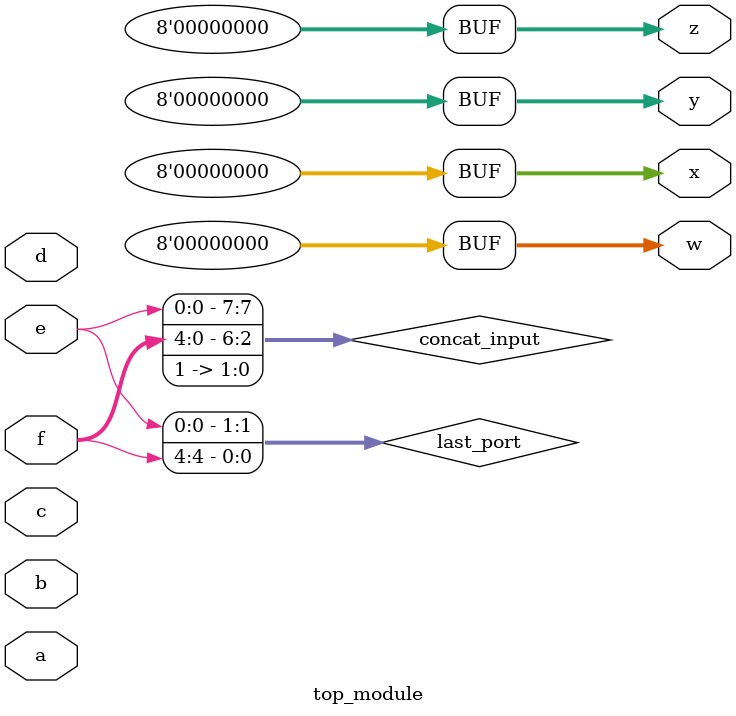
<source format=sv>
module top_module (
    input [4:0] a,
    input [4:0] b,
    input [4:0] c,
    input [4:0] d,
    input [4:0] e,
    input [4:0] f,
    output [7:0] w,
    output [7:0] x,
    output [7:0] y,
    output [7:0] z
);

    wire [7:0] concat_input;
    wire [1:0] last_port;
    
    assign concat_input = {a, b, c, d, e, f, 2'b11};
    assign last_port = concat_input[7:6];
    
    assign w = 8'b0;
    assign x = 8'b0;
    assign y = 8'b0;
    assign z = 8'b0;
    
    always @* begin
        case (last_port)
            2'b00: w = concat_input;
            2'b01: x = concat_input;
            2'b10: y = concat_input;
            2'b11: z = concat_input;
        endcase
    end    
    
endmodule

</source>
